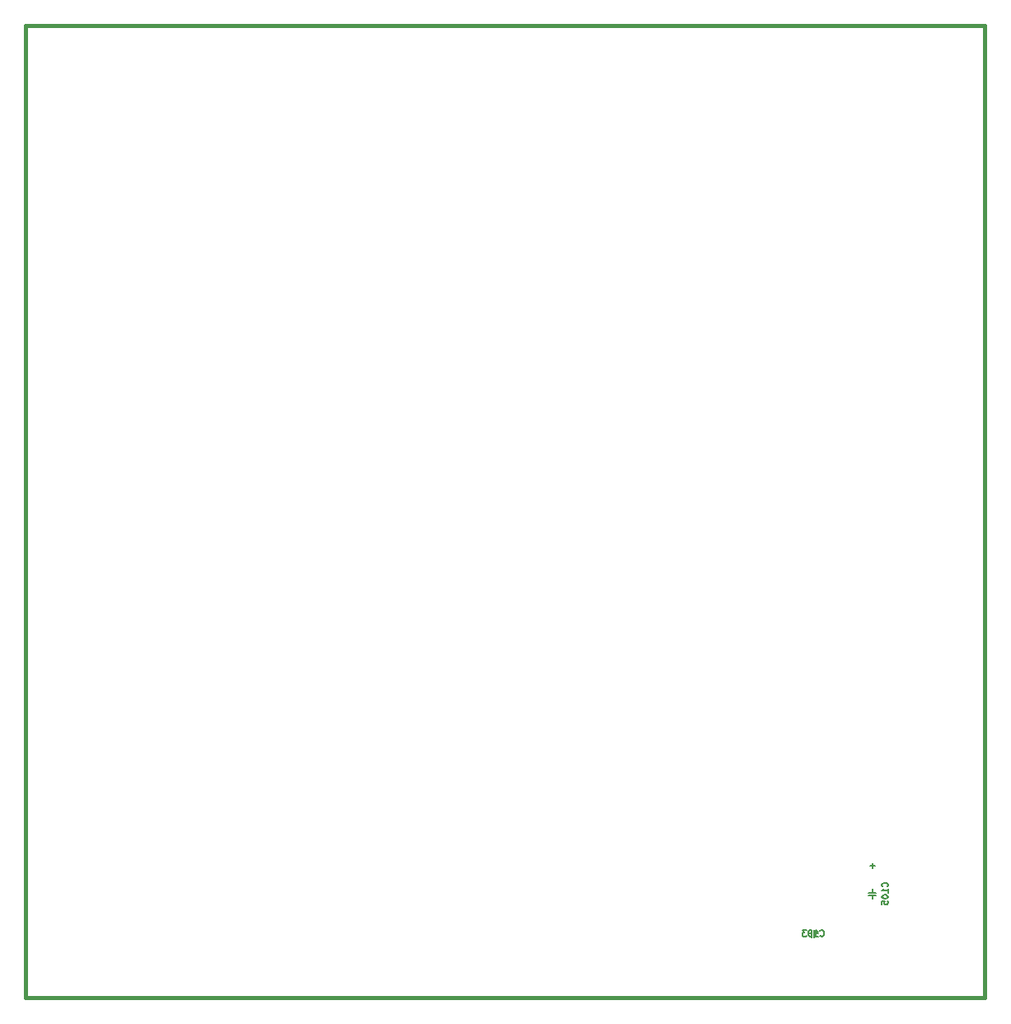
<source format=gbo>
G04 #@! TF.GenerationSoftware,KiCad,Pcbnew,(5.1.5)-3*
G04 #@! TF.CreationDate,2021-08-30T19:45:08+02:00*
G04 #@! TF.ProjectId,sbk6ac,73626b36-6163-42e6-9b69-6361645f7063,0432 -*
G04 #@! TF.SameCoordinates,Original*
G04 #@! TF.FileFunction,Legend,Bot*
G04 #@! TF.FilePolarity,Positive*
%FSLAX46Y46*%
G04 Gerber Fmt 4.6, Leading zero omitted, Abs format (unit mm)*
G04 Created by KiCad (PCBNEW (5.1.5)-3) date 2021-08-30 19:45:08*
%MOMM*%
%LPD*%
G04 APERTURE LIST*
%ADD10C,0.381000*%
%ADD11C,0.127000*%
G04 APERTURE END LIST*
D10*
X66294000Y-151511000D02*
X66294000Y-51689000D01*
X164846000Y-151511000D02*
X66294000Y-151511000D01*
X164846000Y-51689000D02*
X164846000Y-151511000D01*
X66294000Y-51689000D02*
X164846000Y-51689000D01*
D11*
X153670000Y-140970000D02*
X152908000Y-140970000D01*
X153289000Y-140970000D02*
X153670000Y-140970000D01*
X153289000Y-141351000D02*
X153289000Y-140970000D01*
X153670000Y-140716000D02*
X152908000Y-140716000D01*
X153289000Y-140716000D02*
X153289000Y-140335000D01*
X153543000Y-137922000D02*
X153035000Y-137922000D01*
X153289000Y-138176000D02*
X153289000Y-137668000D01*
X147066000Y-145288000D02*
X147066000Y-144526000D01*
X147066000Y-144907000D02*
X147066000Y-145288000D01*
X146685000Y-144907000D02*
X147066000Y-144907000D01*
X147320000Y-145288000D02*
X147320000Y-144526000D01*
X147320000Y-144907000D02*
X147701000Y-144907000D01*
X154811185Y-140107004D02*
X154841423Y-140076766D01*
X154871661Y-139986052D01*
X154871661Y-139925576D01*
X154841423Y-139834861D01*
X154780947Y-139774385D01*
X154720471Y-139744147D01*
X154599519Y-139713909D01*
X154508804Y-139713909D01*
X154387852Y-139744147D01*
X154327376Y-139774385D01*
X154266900Y-139834861D01*
X154236661Y-139925576D01*
X154236661Y-139986052D01*
X154266900Y-140076766D01*
X154297138Y-140107004D01*
X154871661Y-140711766D02*
X154871661Y-140348909D01*
X154871661Y-140530338D02*
X154236661Y-140530338D01*
X154327376Y-140469861D01*
X154387852Y-140409385D01*
X154418090Y-140348909D01*
X154236661Y-141104861D02*
X154236661Y-141165338D01*
X154266900Y-141225814D01*
X154297138Y-141256052D01*
X154357614Y-141286290D01*
X154478566Y-141316528D01*
X154629757Y-141316528D01*
X154750709Y-141286290D01*
X154811185Y-141256052D01*
X154841423Y-141225814D01*
X154871661Y-141165338D01*
X154871661Y-141104861D01*
X154841423Y-141044385D01*
X154811185Y-141014147D01*
X154750709Y-140983909D01*
X154629757Y-140953671D01*
X154478566Y-140953671D01*
X154357614Y-140983909D01*
X154297138Y-141014147D01*
X154266900Y-141044385D01*
X154236661Y-141104861D01*
X154236661Y-141891052D02*
X154236661Y-141588671D01*
X154539042Y-141558433D01*
X154508804Y-141588671D01*
X154478566Y-141649147D01*
X154478566Y-141800338D01*
X154508804Y-141860814D01*
X154539042Y-141891052D01*
X154599519Y-141921290D01*
X154750709Y-141921290D01*
X154811185Y-141891052D01*
X154841423Y-141860814D01*
X154871661Y-141800338D01*
X154871661Y-141649147D01*
X154841423Y-141588671D01*
X154811185Y-141558433D01*
X147903595Y-145133785D02*
X147933833Y-145164023D01*
X148024547Y-145194261D01*
X148085023Y-145194261D01*
X148175738Y-145164023D01*
X148236214Y-145103547D01*
X148266452Y-145043071D01*
X148296690Y-144922119D01*
X148296690Y-144831404D01*
X148266452Y-144710452D01*
X148236214Y-144649976D01*
X148175738Y-144589500D01*
X148085023Y-144559261D01*
X148024547Y-144559261D01*
X147933833Y-144589500D01*
X147903595Y-144619738D01*
X147298833Y-145194261D02*
X147661690Y-145194261D01*
X147480261Y-145194261D02*
X147480261Y-144559261D01*
X147540738Y-144649976D01*
X147601214Y-144710452D01*
X147661690Y-144740690D01*
X146905738Y-144559261D02*
X146845261Y-144559261D01*
X146784785Y-144589500D01*
X146754547Y-144619738D01*
X146724309Y-144680214D01*
X146694071Y-144801166D01*
X146694071Y-144952357D01*
X146724309Y-145073309D01*
X146754547Y-145133785D01*
X146784785Y-145164023D01*
X146845261Y-145194261D01*
X146905738Y-145194261D01*
X146966214Y-145164023D01*
X146996452Y-145133785D01*
X147026690Y-145073309D01*
X147056928Y-144952357D01*
X147056928Y-144801166D01*
X147026690Y-144680214D01*
X146996452Y-144619738D01*
X146966214Y-144589500D01*
X146905738Y-144559261D01*
X146482404Y-144559261D02*
X146089309Y-144559261D01*
X146300976Y-144801166D01*
X146210261Y-144801166D01*
X146149785Y-144831404D01*
X146119547Y-144861642D01*
X146089309Y-144922119D01*
X146089309Y-145073309D01*
X146119547Y-145133785D01*
X146149785Y-145164023D01*
X146210261Y-145194261D01*
X146391690Y-145194261D01*
X146452166Y-145164023D01*
X146482404Y-145133785D01*
M02*

</source>
